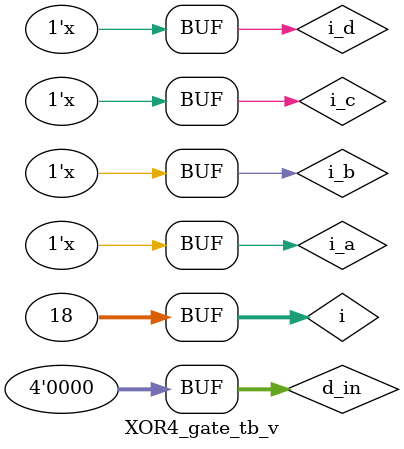
<source format=v>


`timescale 1ms/1ms

module XOR4_gate_tb_v;
  wire o_f;
  reg i_a, i_b, i_c, i_d;
  reg [1:4] d_in = 4'b0000;
  integer i;
  
  // duv port map options:
  // XOR4_gate_v__equation   duv (.i_a(i_a), .i_b(i_b), .i_c(i_c), .i_d(i_d), .o_f(o_f)); 
  // XOR4_gate_v__behavior   duv (.i_a(i_a), .i_b(i_b), .i_c(i_c), .i_d(i_d), .o_f(o_f)); 
  XOR4_gate_v__cmpnt_self duv (.i_a(i_a), .i_b(i_b), .i_c(i_c), .i_d(i_d), .o_f(o_f)); // uses primatives

  //procedure statement
  initial begin
      
      for (i = 0 ; i < 18 ; i = i + 1) begin
        #1000 i_a = d_in[1]; i_b = d_in[2]; i_c = d_in[3]; i_d = d_in[4];
        d_in = d_in + 1;
      end
          
    end

endmodule

</source>
